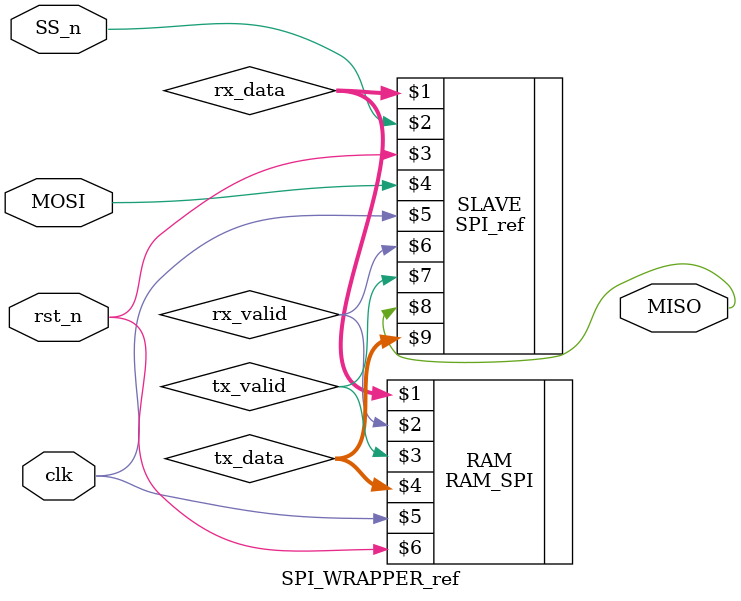
<source format=sv>
module SPI_WRAPPER_ref (MOSI,MISO,SS_n,clk,rst_n);
input MOSI,SS_n,clk,rst_n;
output MISO;
wire tx_valid;
wire rx_valid;
wire [9:0] rx_data;
wire [7:0] tx_data;

RAM_SPI RAM(rx_data,rx_valid,tx_valid,tx_data,clk,rst_n);
SPI_ref SLAVE(rx_data,SS_n,rst_n,MOSI,clk,rx_valid,tx_valid,MISO,tx_data);
endmodule
</source>
